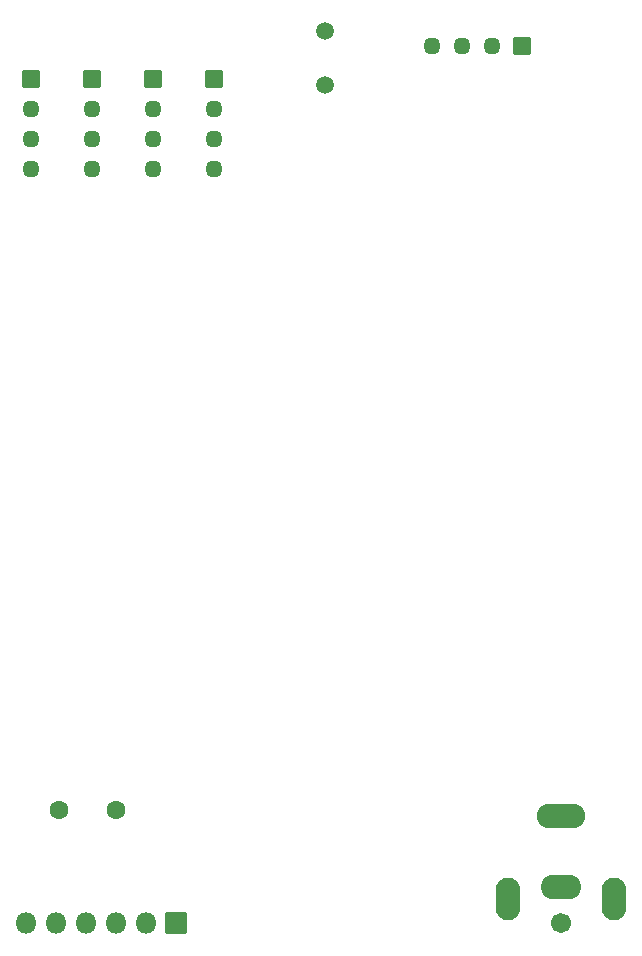
<source format=gbs>
G04 #@! TF.GenerationSoftware,KiCad,Pcbnew,6.0.11+dfsg-1*
G04 #@! TF.CreationDate,2024-05-04T22:48:08-04:00*
G04 #@! TF.ProjectId,mystat,6d797374-6174-42e6-9b69-6361645f7063,rev?*
G04 #@! TF.SameCoordinates,Original*
G04 #@! TF.FileFunction,Soldermask,Bot*
G04 #@! TF.FilePolarity,Negative*
%FSLAX46Y46*%
G04 Gerber Fmt 4.6, Leading zero omitted, Abs format (unit mm)*
G04 Created by KiCad (PCBNEW 6.0.11+dfsg-1) date 2024-05-04 22:48:08*
%MOMM*%
%LPD*%
G01*
G04 APERTURE LIST*
G04 Aperture macros list*
%AMRoundRect*
0 Rectangle with rounded corners*
0 $1 Rounding radius*
0 $2 $3 $4 $5 $6 $7 $8 $9 X,Y pos of 4 corners*
0 Add a 4 corners polygon primitive as box body*
4,1,4,$2,$3,$4,$5,$6,$7,$8,$9,$2,$3,0*
0 Add four circle primitives for the rounded corners*
1,1,$1+$1,$2,$3*
1,1,$1+$1,$4,$5*
1,1,$1+$1,$6,$7*
1,1,$1+$1,$8,$9*
0 Add four rect primitives between the rounded corners*
20,1,$1+$1,$2,$3,$4,$5,0*
20,1,$1+$1,$4,$5,$6,$7,0*
20,1,$1+$1,$6,$7,$8,$9,0*
20,1,$1+$1,$8,$9,$2,$3,0*%
G04 Aperture macros list end*
%ADD10C,1.501600*%
%ADD11C,1.601600*%
%ADD12RoundRect,0.050800X-0.675000X-0.675000X0.675000X-0.675000X0.675000X0.675000X-0.675000X0.675000X0*%
%ADD13O,1.451600X1.451600*%
%ADD14RoundRect,0.050800X-0.675000X0.675000X-0.675000X-0.675000X0.675000X-0.675000X0.675000X0.675000X0*%
%ADD15C,1.701600*%
%ADD16O,4.101600X2.101600*%
%ADD17O,3.401600X2.101600*%
%ADD18O,2.101600X3.601600*%
%ADD19RoundRect,0.050800X-0.850000X0.850000X-0.850000X-0.850000X0.850000X-0.850000X0.850000X0.850000X0*%
%ADD20O,1.801600X1.801600*%
G04 APERTURE END LIST*
D10*
X80000000Y-56750000D03*
X80000000Y-52250000D03*
D11*
X57470000Y-118190000D03*
X62350000Y-118190000D03*
D12*
X55100000Y-56300000D03*
D13*
X55100000Y-58840000D03*
X55100000Y-61380000D03*
X55100000Y-63920000D03*
D14*
X96700000Y-53500000D03*
D13*
X94160000Y-53500000D03*
X91620000Y-53500000D03*
X89080000Y-53500000D03*
D12*
X60300000Y-56300000D03*
D13*
X60300000Y-58840000D03*
X60300000Y-61380000D03*
X60300000Y-63920000D03*
D12*
X70600000Y-56300000D03*
D13*
X70600000Y-58840000D03*
X70600000Y-61380000D03*
X70600000Y-63920000D03*
D12*
X65500000Y-56300000D03*
D13*
X65500000Y-58840000D03*
X65500000Y-61380000D03*
X65500000Y-63920000D03*
D15*
X100000000Y-127700000D03*
D16*
X100000000Y-118700000D03*
D17*
X100000000Y-124700000D03*
D18*
X104500000Y-125700000D03*
X95500000Y-125700000D03*
D19*
X67400000Y-127700000D03*
D20*
X64860000Y-127700000D03*
X62320000Y-127700000D03*
X59780000Y-127700000D03*
X57240000Y-127700000D03*
X54700000Y-127700000D03*
M02*

</source>
